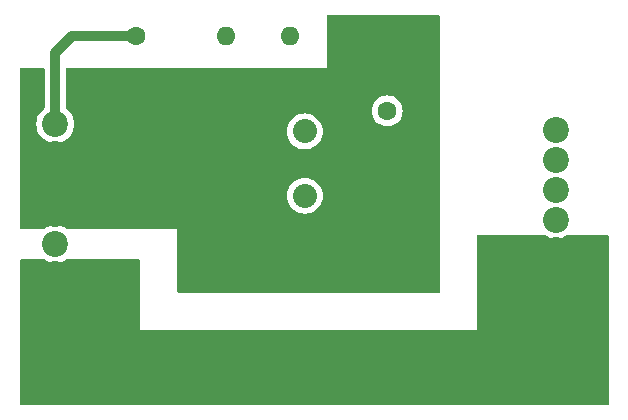
<source format=gbr>
%TF.GenerationSoftware,KiCad,Pcbnew,8.0.1*%
%TF.CreationDate,2024-06-15T21:44:37+02:00*%
%TF.ProjectId,Makita_Akku_MOSFET_Platine,4d616b69-7461-45f4-916b-6b755f4d4f53,rev?*%
%TF.SameCoordinates,Original*%
%TF.FileFunction,Copper,L1,Top*%
%TF.FilePolarity,Positive*%
%FSLAX46Y46*%
G04 Gerber Fmt 4.6, Leading zero omitted, Abs format (unit mm)*
G04 Created by KiCad (PCBNEW 8.0.1) date 2024-06-15 21:44:37*
%MOMM*%
%LPD*%
G01*
G04 APERTURE LIST*
%TA.AperFunction,ComponentPad*%
%ADD10R,2.200000X2.200000*%
%TD*%
%TA.AperFunction,ComponentPad*%
%ADD11C,2.200000*%
%TD*%
%TA.AperFunction,ComponentPad*%
%ADD12C,1.600000*%
%TD*%
%TA.AperFunction,ComponentPad*%
%ADD13O,1.600000X1.600000*%
%TD*%
%TA.AperFunction,ComponentPad*%
%ADD14C,2.032000*%
%TD*%
%TA.AperFunction,Conductor*%
%ADD15C,0.812800*%
%TD*%
G04 APERTURE END LIST*
D10*
%TO.P,J2,1,Pin_1*%
%TO.N,/VCC*%
X73342500Y-47466250D03*
D11*
%TO.P,J2,2,Pin_2*%
X73342500Y-44926250D03*
%TO.P,J2,3,Pin_3*%
X73342500Y-42386250D03*
%TO.P,J2,4,Pin_4*%
%TO.N,unconnected-(J2-Pin_4-Pad4)*%
X73342500Y-39846250D03*
%TO.P,J2,5,Pin_5*%
%TO.N,/GND_Drain*%
X73342500Y-37306250D03*
%TO.P,J2,6,Pin_6*%
X73342500Y-34766250D03*
%TO.P,J2,7,Pin_7*%
X73342500Y-32226250D03*
%TD*%
D12*
%TO.P,R2,1*%
%TO.N,/GND_Source*%
X58420000Y-24288750D03*
D13*
%TO.P,R2,2*%
%TO.N,Net-(U1-G)*%
X50800000Y-24288750D03*
%TD*%
D12*
%TO.P,R1,1*%
%TO.N,/Vgs*%
X37782500Y-24288750D03*
D13*
%TO.P,R1,2*%
%TO.N,Net-(U1-G)*%
X45402500Y-24288750D03*
%TD*%
D10*
%TO.P,J1,1,Pin_1*%
%TO.N,/VCC*%
X30956250Y-49530000D03*
D11*
%TO.P,J1,2,Pin_2*%
X30956250Y-46990000D03*
%TO.P,J1,3,Pin_3*%
X30956250Y-44450000D03*
%TO.P,J1,4,Pin_4*%
%TO.N,unconnected-(J1-Pin_4-Pad4)*%
X30956250Y-41910000D03*
%TO.P,J1,5,Pin_5*%
%TO.N,/GND_Source*%
X30956250Y-39370000D03*
%TO.P,J1,6,Pin_6*%
X30956250Y-36830000D03*
%TO.P,J1,7,Pin_7*%
X30956250Y-34290000D03*
%TO.P,J1,8,Pin_8*%
%TO.N,/Vgs*%
X30956250Y-31750000D03*
%TD*%
D14*
%TO.P,U1,3,S*%
%TO.N,/GND_Source*%
X52070000Y-43264999D03*
%TO.P,U1,2,D*%
%TO.N,/GND_Drain*%
X52070000Y-37824999D03*
%TO.P,U1,1,G*%
%TO.N,Net-(U1-G)*%
X52070000Y-32385000D03*
%TD*%
D13*
%TO.P,R3,2*%
%TO.N,/GND_Source*%
X59055000Y-38258750D03*
D12*
%TO.P,R3,1*%
%TO.N,Net-(U1-G)*%
X59055000Y-30638750D03*
%TD*%
D15*
%TO.N,/Vgs*%
X30956250Y-25717500D02*
X30956250Y-31750000D01*
X32385000Y-24288750D02*
X37782500Y-24288750D01*
X30956250Y-25717500D02*
X32385000Y-24288750D01*
%TD*%
%TA.AperFunction,Conductor*%
%TO.N,/GND_Source*%
G36*
X63443039Y-22520185D02*
G01*
X63488794Y-22572989D01*
X63500000Y-22624500D01*
X63500000Y-45913500D01*
X63480315Y-45980539D01*
X63427511Y-46026294D01*
X63376000Y-46037500D01*
X41399000Y-46037500D01*
X41331961Y-46017815D01*
X41286206Y-45965011D01*
X41275000Y-45913500D01*
X41275000Y-40640000D01*
X31979417Y-40640000D01*
X31912378Y-40620315D01*
X31903869Y-40613992D01*
X31903846Y-40614025D01*
X31899913Y-40611167D01*
X31899909Y-40611164D01*
X31899904Y-40611161D01*
X31899900Y-40611158D01*
X31685109Y-40479533D01*
X31452360Y-40383126D01*
X31207401Y-40324317D01*
X30956250Y-40304551D01*
X30705098Y-40324317D01*
X30460139Y-40383126D01*
X30227390Y-40479533D01*
X30012599Y-40611158D01*
X30008654Y-40614025D01*
X30007823Y-40612882D01*
X29949863Y-40638859D01*
X29933083Y-40640000D01*
X28064000Y-40640000D01*
X27996961Y-40620315D01*
X27951206Y-40567511D01*
X27940000Y-40516000D01*
X27940000Y-37824999D01*
X50548811Y-37824999D01*
X50567538Y-38062962D01*
X50623261Y-38295067D01*
X50714608Y-38515599D01*
X50714610Y-38515603D01*
X50714611Y-38515604D01*
X50839332Y-38719131D01*
X50994357Y-38900642D01*
X51175868Y-39055667D01*
X51379395Y-39180388D01*
X51379397Y-39180388D01*
X51379399Y-39180390D01*
X51455071Y-39211734D01*
X51599927Y-39271736D01*
X51832034Y-39327460D01*
X52070000Y-39346188D01*
X52307966Y-39327460D01*
X52540073Y-39271736D01*
X52760605Y-39180388D01*
X52964132Y-39055667D01*
X53145643Y-38900642D01*
X53300668Y-38719131D01*
X53425389Y-38515604D01*
X53516737Y-38295072D01*
X53572461Y-38062965D01*
X53591189Y-37824999D01*
X53572461Y-37587033D01*
X53516737Y-37354926D01*
X53425389Y-37134394D01*
X53300668Y-36930867D01*
X53145643Y-36749356D01*
X52964132Y-36594331D01*
X52760605Y-36469610D01*
X52760604Y-36469609D01*
X52760600Y-36469607D01*
X52540068Y-36378260D01*
X52307962Y-36322537D01*
X52307963Y-36322537D01*
X52070000Y-36303810D01*
X51832036Y-36322537D01*
X51599931Y-36378260D01*
X51379399Y-36469607D01*
X51175867Y-36594331D01*
X50994357Y-36749356D01*
X50839332Y-36930866D01*
X50714608Y-37134398D01*
X50623261Y-37354930D01*
X50567538Y-37587035D01*
X50548811Y-37824999D01*
X27940000Y-37824999D01*
X27940000Y-27111500D01*
X27959685Y-27044461D01*
X28012489Y-26998706D01*
X28064000Y-26987500D01*
X29925350Y-26987500D01*
X29992389Y-27007185D01*
X30038144Y-27059989D01*
X30049350Y-27111500D01*
X30049350Y-30362604D01*
X30029665Y-30429643D01*
X30005882Y-30456894D01*
X29821026Y-30614776D01*
X29657411Y-30806343D01*
X29657410Y-30806346D01*
X29525783Y-31021140D01*
X29429376Y-31253889D01*
X29370567Y-31498848D01*
X29350801Y-31750000D01*
X29370567Y-32001151D01*
X29429376Y-32246110D01*
X29525783Y-32478859D01*
X29657410Y-32693653D01*
X29657411Y-32693656D01*
X29657414Y-32693659D01*
X29821026Y-32885224D01*
X29969316Y-33011875D01*
X30012593Y-33048838D01*
X30012596Y-33048839D01*
X30227390Y-33180466D01*
X30460139Y-33276873D01*
X30705102Y-33335683D01*
X30956250Y-33355449D01*
X31207398Y-33335683D01*
X31452361Y-33276873D01*
X31685109Y-33180466D01*
X31899909Y-33048836D01*
X32091474Y-32885224D01*
X32255086Y-32693659D01*
X32386716Y-32478859D01*
X32425594Y-32385000D01*
X50548811Y-32385000D01*
X50567538Y-32622963D01*
X50623261Y-32855068D01*
X50714608Y-33075600D01*
X50714610Y-33075604D01*
X50714611Y-33075605D01*
X50839332Y-33279132D01*
X50994357Y-33460643D01*
X51175868Y-33615668D01*
X51379395Y-33740389D01*
X51379397Y-33740389D01*
X51379399Y-33740391D01*
X51455071Y-33771735D01*
X51599927Y-33831737D01*
X51832034Y-33887461D01*
X52070000Y-33906189D01*
X52307966Y-33887461D01*
X52540073Y-33831737D01*
X52760605Y-33740389D01*
X52964132Y-33615668D01*
X53145643Y-33460643D01*
X53300668Y-33279132D01*
X53425389Y-33075605D01*
X53516737Y-32855073D01*
X53572461Y-32622966D01*
X53591189Y-32385000D01*
X53572461Y-32147034D01*
X53516737Y-31914927D01*
X53425389Y-31694395D01*
X53300668Y-31490868D01*
X53145643Y-31309357D01*
X52964132Y-31154332D01*
X52760605Y-31029611D01*
X52760604Y-31029610D01*
X52760600Y-31029608D01*
X52540068Y-30938261D01*
X52307962Y-30882538D01*
X52307963Y-30882538D01*
X52070000Y-30863811D01*
X51832036Y-30882538D01*
X51599931Y-30938261D01*
X51379399Y-31029608D01*
X51175867Y-31154332D01*
X50994357Y-31309357D01*
X50839332Y-31490867D01*
X50714608Y-31694399D01*
X50623261Y-31914931D01*
X50567538Y-32147036D01*
X50548811Y-32385000D01*
X32425594Y-32385000D01*
X32483123Y-32246111D01*
X32541933Y-32001148D01*
X32561699Y-31750000D01*
X32541933Y-31498852D01*
X32483123Y-31253889D01*
X32441885Y-31154332D01*
X32386716Y-31021140D01*
X32255089Y-30806346D01*
X32255088Y-30806343D01*
X32218125Y-30763066D01*
X32111950Y-30638751D01*
X57749532Y-30638751D01*
X57769364Y-30865436D01*
X57769366Y-30865447D01*
X57828258Y-31085238D01*
X57828261Y-31085247D01*
X57924431Y-31291482D01*
X57924432Y-31291484D01*
X58054954Y-31477891D01*
X58215858Y-31638795D01*
X58215861Y-31638797D01*
X58402266Y-31769318D01*
X58608504Y-31865489D01*
X58828308Y-31924385D01*
X58990230Y-31938551D01*
X59054998Y-31944218D01*
X59055000Y-31944218D01*
X59055002Y-31944218D01*
X59111673Y-31939259D01*
X59281692Y-31924385D01*
X59501496Y-31865489D01*
X59707734Y-31769318D01*
X59894139Y-31638797D01*
X60055047Y-31477889D01*
X60185568Y-31291484D01*
X60281739Y-31085246D01*
X60340635Y-30865442D01*
X60360468Y-30638750D01*
X60340635Y-30412058D01*
X60281739Y-30192254D01*
X60185568Y-29986016D01*
X60055047Y-29799611D01*
X60055045Y-29799608D01*
X59894141Y-29638704D01*
X59707734Y-29508182D01*
X59707732Y-29508181D01*
X59501497Y-29412011D01*
X59501488Y-29412008D01*
X59281697Y-29353116D01*
X59281693Y-29353115D01*
X59281692Y-29353115D01*
X59281691Y-29353114D01*
X59281686Y-29353114D01*
X59055002Y-29333282D01*
X59054998Y-29333282D01*
X58828313Y-29353114D01*
X58828302Y-29353116D01*
X58608511Y-29412008D01*
X58608502Y-29412011D01*
X58402267Y-29508181D01*
X58402265Y-29508182D01*
X58215858Y-29638704D01*
X58054954Y-29799608D01*
X57924432Y-29986015D01*
X57924431Y-29986017D01*
X57828261Y-30192252D01*
X57828258Y-30192261D01*
X57769366Y-30412052D01*
X57769364Y-30412063D01*
X57749532Y-30638748D01*
X57749532Y-30638751D01*
X32111950Y-30638751D01*
X32091474Y-30614776D01*
X31906618Y-30456894D01*
X31868425Y-30398387D01*
X31863150Y-30362604D01*
X31863150Y-27111500D01*
X31882835Y-27044461D01*
X31935639Y-26998706D01*
X31987150Y-26987500D01*
X53975000Y-26987500D01*
X53975000Y-22624500D01*
X53994685Y-22557461D01*
X54047489Y-22511706D01*
X54099000Y-22500500D01*
X63376000Y-22500500D01*
X63443039Y-22520185D01*
G37*
%TD.AperFunction*%
%TD*%
%TA.AperFunction,Conductor*%
%TO.N,/VCC*%
G36*
X72386372Y-41135935D02*
G01*
X72394880Y-41142257D01*
X72394904Y-41142225D01*
X72398834Y-41145080D01*
X72398841Y-41145086D01*
X72398848Y-41145090D01*
X72398849Y-41145091D01*
X72613640Y-41276716D01*
X72846389Y-41373123D01*
X73091352Y-41431933D01*
X73342500Y-41451699D01*
X73593648Y-41431933D01*
X73838611Y-41373123D01*
X74071359Y-41276716D01*
X74286159Y-41145086D01*
X74286171Y-41145075D01*
X74290096Y-41142225D01*
X74290926Y-41143367D01*
X74348887Y-41117391D01*
X74365667Y-41116250D01*
X77663500Y-41116250D01*
X77730539Y-41135935D01*
X77776294Y-41188739D01*
X77787500Y-41240250D01*
X77787500Y-55438500D01*
X77767815Y-55505539D01*
X77715011Y-55551294D01*
X77663500Y-55562500D01*
X28064000Y-55562500D01*
X27996961Y-55542815D01*
X27951206Y-55490011D01*
X27940000Y-55438500D01*
X27940000Y-43304000D01*
X27959685Y-43236961D01*
X28012489Y-43191206D01*
X28064000Y-43180000D01*
X29933083Y-43180000D01*
X30000122Y-43199685D01*
X30008630Y-43206007D01*
X30008654Y-43205975D01*
X30012584Y-43208830D01*
X30012591Y-43208836D01*
X30012598Y-43208840D01*
X30012599Y-43208841D01*
X30227390Y-43340466D01*
X30460139Y-43436873D01*
X30705102Y-43495683D01*
X30956250Y-43515449D01*
X31207398Y-43495683D01*
X31452361Y-43436873D01*
X31685109Y-43340466D01*
X31899909Y-43208836D01*
X31899921Y-43208825D01*
X31903846Y-43205975D01*
X31904676Y-43207117D01*
X31962637Y-43181141D01*
X31979417Y-43180000D01*
X37976000Y-43180000D01*
X38043039Y-43199685D01*
X38088794Y-43252489D01*
X38100000Y-43304000D01*
X38100000Y-49212500D01*
X66675000Y-49212500D01*
X66675000Y-41240250D01*
X66694685Y-41173211D01*
X66747489Y-41127456D01*
X66799000Y-41116250D01*
X72319333Y-41116250D01*
X72386372Y-41135935D01*
G37*
%TD.AperFunction*%
%TD*%
M02*

</source>
